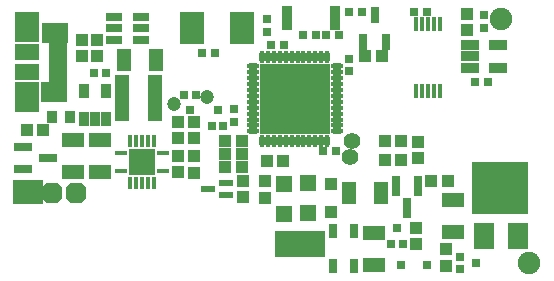
<source format=gts>
%FSLAX25Y25*%
%MOIN*%
G70*
G01*
G75*
G04 Layer_Color=8388736*
%ADD10R,0.02165X0.05906*%
%ADD11R,0.03543X0.03150*%
%ADD12R,0.01969X0.02362*%
%ADD13R,0.01969X0.01969*%
%ADD14R,0.18110X0.16929*%
%ADD15R,0.06299X0.07874*%
%ADD16R,0.07480X0.10236*%
%ADD17R,0.02953X0.07087*%
%ADD18R,0.02362X0.01969*%
%ADD19R,0.04724X0.02362*%
%ADD20R,0.07480X0.09350*%
%ADD21R,0.07480X0.04626*%
%ADD22R,0.07874X0.05807*%
%ADD23R,0.08268X0.05807*%
%ADD24R,0.05433X0.01772*%
%ADD25R,0.03543X0.03543*%
%ADD26R,0.08071X0.08071*%
%ADD27O,0.00787X0.03543*%
%ADD28O,0.03543X0.00787*%
%ADD29R,0.02165X0.03937*%
%ADD30R,0.00984X0.04331*%
%ADD31R,0.04500X0.04500*%
%ADD32R,0.03937X0.14961*%
%ADD33R,0.06693X0.04331*%
%ADD34R,0.03150X0.03543*%
%ADD35R,0.04331X0.06693*%
%ADD36R,0.04331X0.01575*%
%ADD37R,0.05118X0.02362*%
%ADD38R,0.05118X0.02756*%
%ADD39R,0.02756X0.03543*%
%ADD40R,0.02362X0.04528*%
%ADD41R,0.02559X0.04331*%
%ADD42R,0.22441X0.22441*%
%ADD43O,0.03543X0.00984*%
%ADD44O,0.00984X0.03543*%
%ADD45C,0.01181*%
%ADD46C,0.00984*%
%ADD47C,0.01969*%
%ADD48C,0.01575*%
%ADD49R,0.07480X0.06890*%
%ADD50R,0.13780X0.06496*%
G04:AMPARAMS|DCode=51|XSize=59.06mil|YSize=59.06mil|CornerRadius=0mil|HoleSize=0mil|Usage=FLASHONLY|Rotation=90.000|XOffset=0mil|YOffset=0mil|HoleType=Round|Shape=Octagon|*
%AMOCTAGOND51*
4,1,8,0.01476,0.02953,-0.01476,0.02953,-0.02953,0.01476,-0.02953,-0.01476,-0.01476,-0.02953,0.01476,-0.02953,0.02953,-0.01476,0.02953,0.01476,0.01476,0.02953,0.0*
%
%ADD51OCTAGOND51*%

%ADD52R,0.15748X0.07874*%
%ADD53C,0.03937*%
%ADD54R,0.09055X0.07087*%
%ADD55C,0.04724*%
%ADD56C,0.06693*%
%ADD57C,0.02756*%
%ADD58C,0.02441*%
%ADD59C,0.03543*%
%ADD60C,0.01969*%
%ADD61R,0.03150X0.05512*%
%ADD62R,0.06890X0.05906*%
%ADD63R,0.03937X0.05906*%
%ADD64C,0.00787*%
%ADD65C,0.00394*%
%ADD66C,0.00606*%
%ADD67C,0.01000*%
%ADD68C,0.00591*%
%ADD69R,0.02953X0.06693*%
%ADD70R,0.04331X0.03937*%
%ADD71R,0.02756X0.03150*%
%ADD72R,0.02756X0.02756*%
%ADD73R,0.18898X0.17716*%
%ADD74R,0.07087X0.08661*%
%ADD75R,0.08268X0.11024*%
%ADD76R,0.03740X0.07874*%
%ADD77R,0.03150X0.02756*%
%ADD78R,0.05512X0.03150*%
%ADD79R,0.08268X0.10138*%
%ADD80R,0.08268X0.05413*%
%ADD81R,0.08661X0.06594*%
%ADD82R,0.09055X0.06594*%
%ADD83R,0.06221X0.02559*%
%ADD84R,0.04331X0.04331*%
%ADD85R,0.08858X0.08858*%
%ADD86O,0.01575X0.04331*%
%ADD87O,0.04331X0.01575*%
%ADD88R,0.02953X0.04724*%
%ADD89R,0.01772X0.05118*%
%ADD90R,0.05287X0.05287*%
%ADD91R,0.04724X0.15748*%
%ADD92R,0.07480X0.05118*%
%ADD93R,0.03937X0.04331*%
%ADD94R,0.05118X0.07480*%
%ADD95R,0.05906X0.03150*%
%ADD96R,0.05906X0.03543*%
%ADD97R,0.03543X0.04331*%
%ADD98R,0.03150X0.05315*%
%ADD99R,0.03347X0.05118*%
%ADD100R,0.23228X0.23228*%
%ADD101O,0.04331X0.01772*%
%ADD102O,0.01772X0.04331*%
G04:AMPARAMS|DCode=103|XSize=66.93mil|YSize=66.93mil|CornerRadius=0mil|HoleSize=0mil|Usage=FLASHONLY|Rotation=90.000|XOffset=0mil|YOffset=0mil|HoleType=Round|Shape=Octagon|*
%AMOCTAGOND103*
4,1,8,0.01673,0.03347,-0.01673,0.03347,-0.03347,0.01673,-0.03347,-0.01673,-0.01673,-0.03347,0.01673,-0.03347,0.03347,-0.01673,0.03347,0.01673,0.01673,0.03347,0.0*
%
%ADD103OCTAGOND103*%

%ADD104R,0.16535X0.08661*%
%ADD105R,0.09843X0.07874*%
%ADD106C,0.05512*%
%ADD107C,0.07480*%
D37*
X71752Y-63386D02*
D03*
Y-59449D02*
D03*
X65847Y-61417D02*
D03*
D55*
X65551Y-30709D02*
D03*
X54331Y-33169D02*
D03*
D69*
X132087Y-67815D02*
D03*
X128347Y-60335D02*
D03*
X135827D02*
D03*
D70*
X135728Y-51181D02*
D03*
Y-45669D02*
D03*
X145079Y-87008D02*
D03*
Y-81496D02*
D03*
X135138Y-79921D02*
D03*
Y-74409D02*
D03*
X151969Y-8465D02*
D03*
Y-2953D02*
D03*
X23622Y-17126D02*
D03*
Y-11614D02*
D03*
X28839D02*
D03*
Y-17126D02*
D03*
X84842Y-64272D02*
D03*
Y-58760D02*
D03*
X77461Y-58661D02*
D03*
Y-64173D02*
D03*
X61122Y-56102D02*
D03*
Y-50591D02*
D03*
X61221Y-38976D02*
D03*
Y-44488D02*
D03*
X55807Y-55905D02*
D03*
Y-50394D02*
D03*
X55709Y-44488D02*
D03*
Y-38976D02*
D03*
D71*
X128839Y-74508D02*
D03*
X130807Y-79626D02*
D03*
X126870D02*
D03*
X74394Y-34677D02*
D03*
Y-38969D02*
D03*
X112697Y-17933D02*
D03*
Y-22224D02*
D03*
X85236Y-8937D02*
D03*
Y-4646D02*
D03*
X157579Y-3366D02*
D03*
Y-7658D02*
D03*
X61713Y-30118D02*
D03*
X57776D02*
D03*
X59744Y-35236D02*
D03*
X68898D02*
D03*
X70866Y-40354D02*
D03*
X66929D02*
D03*
D72*
X138878Y-86614D02*
D03*
X130217D02*
D03*
D73*
X163091Y-61024D02*
D03*
D74*
X168996Y-77165D02*
D03*
X157579D02*
D03*
D75*
X77165Y-7776D02*
D03*
X60433D02*
D03*
D76*
X92146Y-4528D02*
D03*
X108051D02*
D03*
D77*
X112618Y-2559D02*
D03*
X116909D02*
D03*
X101752Y-10039D02*
D03*
X97461D02*
D03*
X109232Y-10039D02*
D03*
X104941D02*
D03*
X103957Y-48819D02*
D03*
X108248D02*
D03*
X134468Y-2264D02*
D03*
X138760D02*
D03*
X67894Y-16043D02*
D03*
X63602D02*
D03*
X31870Y-22835D02*
D03*
X27579D02*
D03*
X159035Y-25689D02*
D03*
X154744D02*
D03*
X86732Y-13386D02*
D03*
X91024D02*
D03*
X149803Y-84055D02*
D03*
Y-87992D02*
D03*
X154921Y-86024D02*
D03*
D78*
X34252Y-4134D02*
D03*
Y-7874D02*
D03*
Y-11614D02*
D03*
X43307D02*
D03*
Y-7874D02*
D03*
Y-4134D02*
D03*
D79*
X5315Y-30807D02*
D03*
Y-7579D02*
D03*
D80*
Y-15846D02*
D03*
Y-22539D02*
D03*
D81*
X14567Y-9350D02*
D03*
D82*
X14370Y-29035D02*
D03*
D83*
X15748Y-14075D02*
D03*
Y-24311D02*
D03*
Y-21752D02*
D03*
Y-16634D02*
D03*
Y-19193D02*
D03*
D84*
X106693Y-59646D02*
D03*
Y-69095D02*
D03*
D85*
X43799Y-52362D02*
D03*
D86*
X39862Y-45276D02*
D03*
X41831D02*
D03*
X43799D02*
D03*
X45768D02*
D03*
X47736D02*
D03*
Y-59449D02*
D03*
X45768D02*
D03*
X43799D02*
D03*
X41831D02*
D03*
X39862D02*
D03*
D87*
X50886Y-49409D02*
D03*
Y-55315D02*
D03*
X36713D02*
D03*
Y-49409D02*
D03*
D88*
X107480Y-75394D02*
D03*
X114370D02*
D03*
Y-87205D02*
D03*
X107480D02*
D03*
D89*
X142913Y-6594D02*
D03*
X140945D02*
D03*
X138976D02*
D03*
X137008D02*
D03*
X135039D02*
D03*
Y-28642D02*
D03*
X137008D02*
D03*
X138976D02*
D03*
X140945D02*
D03*
X142913D02*
D03*
D90*
X99213Y-59571D02*
D03*
Y-69571D02*
D03*
X90945Y-69661D02*
D03*
Y-59661D02*
D03*
D91*
X37106Y-31201D02*
D03*
X48130D02*
D03*
D92*
X147343Y-65059D02*
D03*
Y-75689D02*
D03*
X29823Y-55709D02*
D03*
Y-45079D02*
D03*
X20571Y-55709D02*
D03*
Y-45079D02*
D03*
X120965Y-86811D02*
D03*
Y-76181D02*
D03*
D93*
X140157Y-58760D02*
D03*
X145669D02*
D03*
X85335Y-52067D02*
D03*
X90847D02*
D03*
X124705Y-51870D02*
D03*
X130217D02*
D03*
X124705Y-45571D02*
D03*
X130217D02*
D03*
X76968Y-49852D02*
D03*
X71457D02*
D03*
X118209Y-17028D02*
D03*
X123721D02*
D03*
X76968Y-54232D02*
D03*
X71457D02*
D03*
X5315Y-41929D02*
D03*
X10827D02*
D03*
X76968Y-45472D02*
D03*
X71457D02*
D03*
D94*
X112697Y-62598D02*
D03*
X123327D02*
D03*
X48327Y-18406D02*
D03*
X37697D02*
D03*
D95*
X4134Y-47441D02*
D03*
Y-54921D02*
D03*
X12402Y-51181D02*
D03*
D96*
X162500Y-13484D02*
D03*
Y-20965D02*
D03*
X153051D02*
D03*
Y-17224D02*
D03*
Y-13484D02*
D03*
D97*
X19783Y-37500D02*
D03*
X13878D02*
D03*
D98*
X117520Y-12303D02*
D03*
X125000D02*
D03*
X121260Y-3445D02*
D03*
D99*
X24311Y-38189D02*
D03*
X28051D02*
D03*
X31791D02*
D03*
Y-28740D02*
D03*
X24311D02*
D03*
D100*
X94587Y-31398D02*
D03*
D101*
X108563Y-20571D02*
D03*
Y-22539D02*
D03*
Y-24508D02*
D03*
Y-26476D02*
D03*
Y-28445D02*
D03*
Y-30413D02*
D03*
Y-32382D02*
D03*
Y-34350D02*
D03*
Y-36319D02*
D03*
Y-38287D02*
D03*
Y-40256D02*
D03*
Y-42224D02*
D03*
X80610D02*
D03*
Y-40256D02*
D03*
Y-38287D02*
D03*
Y-36319D02*
D03*
Y-34350D02*
D03*
Y-32382D02*
D03*
Y-30413D02*
D03*
Y-28445D02*
D03*
Y-26476D02*
D03*
Y-24508D02*
D03*
Y-22539D02*
D03*
Y-20571D02*
D03*
D102*
X105413Y-45374D02*
D03*
X103445D02*
D03*
X101476D02*
D03*
X99508D02*
D03*
X97539D02*
D03*
X95571D02*
D03*
X93602D02*
D03*
X91634D02*
D03*
X89665D02*
D03*
X87697D02*
D03*
X85728D02*
D03*
X83760D02*
D03*
Y-17421D02*
D03*
X85728D02*
D03*
X87697D02*
D03*
X89665D02*
D03*
X91634D02*
D03*
X93602D02*
D03*
X95571D02*
D03*
X97539D02*
D03*
X99508D02*
D03*
X101476D02*
D03*
X103445D02*
D03*
X105413D02*
D03*
D103*
X21654Y-62795D02*
D03*
X13878Y-62697D02*
D03*
D104*
X96260Y-79921D02*
D03*
D105*
X5709Y-62303D02*
D03*
D106*
X113091Y-50886D02*
D03*
X113681Y-45571D02*
D03*
D107*
X172835Y-86122D02*
D03*
X163287Y-4921D02*
D03*
M02*

</source>
